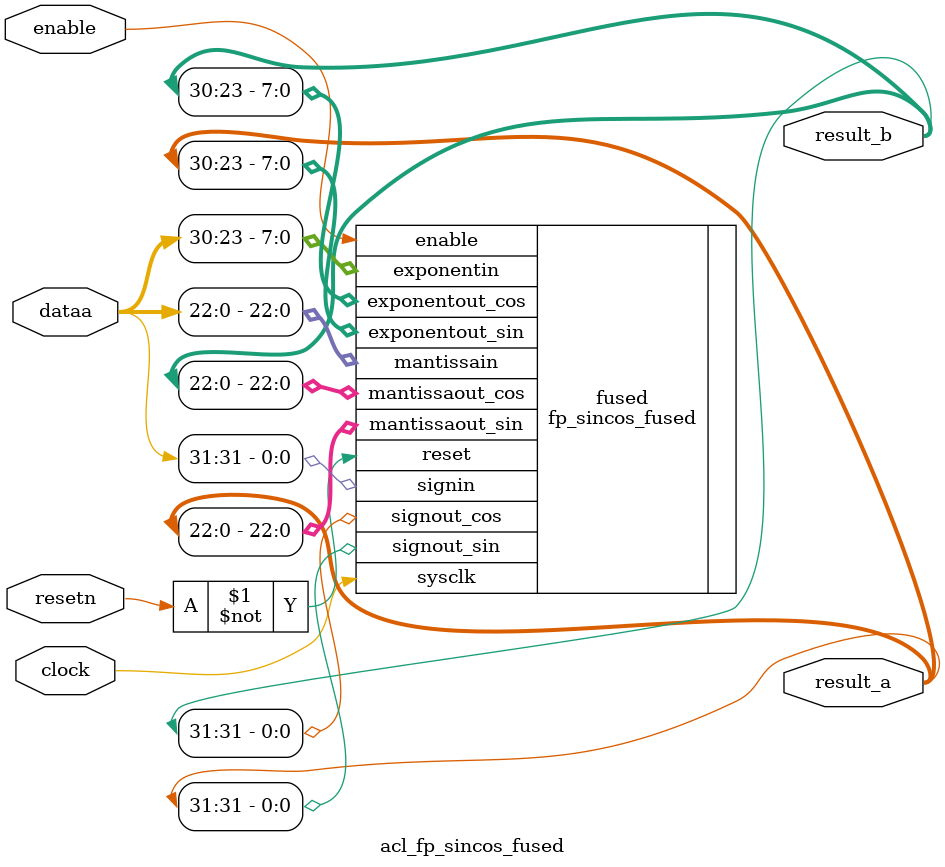
<source format=v>
    


module acl_fp_sincos_fused(clock, resetn, dataa, result_a, result_b, enable);
  input clock, resetn, enable;
  input [31:0] dataa;
  output [31:0] result_a; // sin
  output [31:0] result_b; // cos

  // Latency is 38.
  fp_sincos_fused fused(
    .sysclk(clock),
    .reset(~resetn),
    .enable(enable),
    .signin(dataa[31]),
    .exponentin(dataa[30:23]),
    .mantissain(dataa[22:0]),    
    .signout_sin(result_a[31]),
    .exponentout_sin(result_a[30:23]),
    .mantissaout_sin(result_a[22:0]),
    .signout_cos(result_b[31]),
    .exponentout_cos(result_b[30:23]),
    .mantissaout_cos(result_b[22:0]));
    
endmodule

</source>
